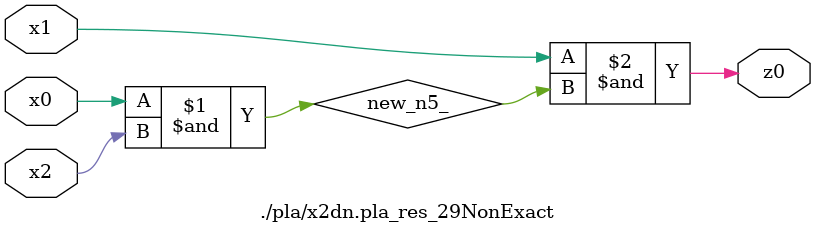
<source format=v>

module \./pla/x2dn.pla_res_29NonExact  ( 
    x0, x1, x2,
    z0  );
  input  x0, x1, x2;
  output z0;
  wire new_n5_;
  assign new_n5_ = x0 & x2;
  assign z0 = x1 & new_n5_;
endmodule



</source>
